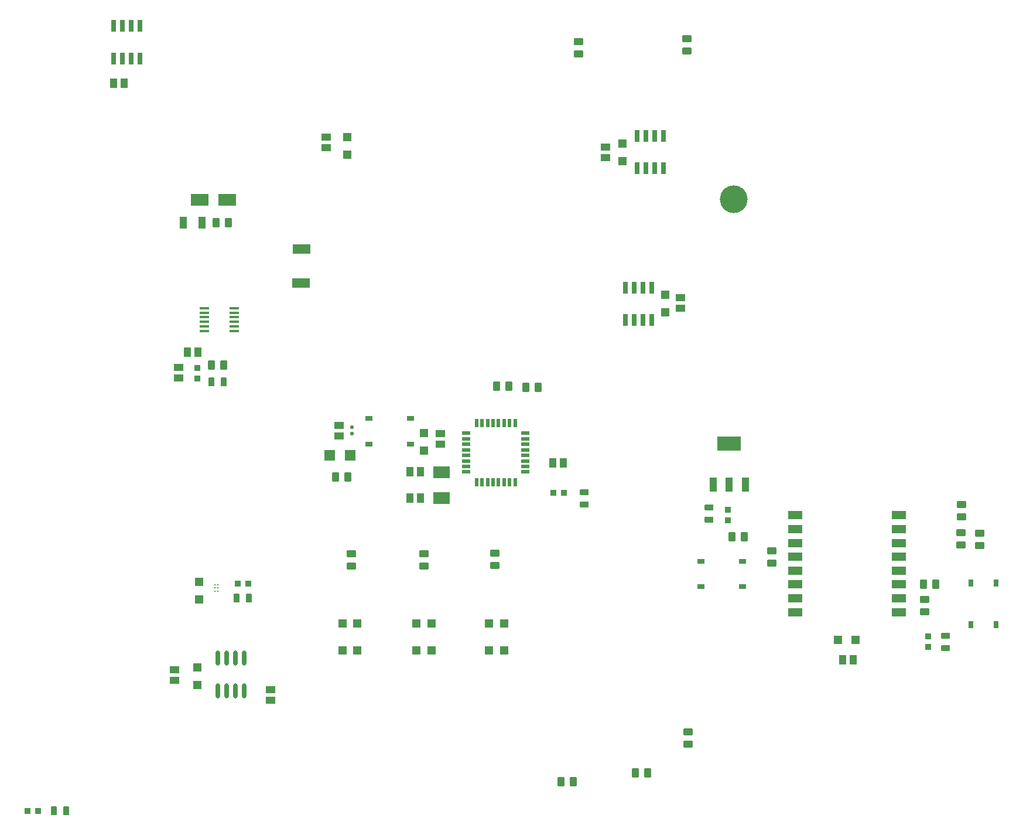
<source format=gtp>
%FSTAX23Y23*%
%MOIN*%
%SFA1B1*%

%IPPOS*%
%AMD16*
4,1,8,-0.009800,0.004900,-0.009800,-0.004900,-0.004900,-0.009800,0.004900,-0.009800,0.009800,-0.004900,0.009800,0.004900,0.004900,0.009800,-0.004900,0.009800,-0.009800,0.004900,0.0*
1,1,0.009843,-0.004900,0.004900*
1,1,0.009843,-0.004900,-0.004900*
1,1,0.009843,0.004900,-0.004900*
1,1,0.009843,0.004900,0.004900*
%
%AMD17*
4,1,8,0.017500,-0.013100,0.017500,0.013100,0.013100,0.017500,-0.013100,0.017500,-0.017500,0.013100,-0.017500,-0.013100,-0.013100,-0.017500,0.013100,-0.017500,0.017500,-0.013100,0.0*
1,1,0.008748,0.013100,-0.013100*
1,1,0.008748,0.013100,0.013100*
1,1,0.008748,-0.013100,0.013100*
1,1,0.008748,-0.013100,-0.013100*
%
%AMD18*
4,1,8,-0.015000,-0.027500,0.015000,-0.027500,0.020000,-0.022500,0.020000,0.022500,0.015000,0.027500,-0.015000,0.027500,-0.020000,0.022500,-0.020000,-0.022500,-0.015000,-0.027500,0.0*
1,1,0.010000,-0.015000,-0.022500*
1,1,0.010000,0.015000,-0.022500*
1,1,0.010000,0.015000,0.022500*
1,1,0.010000,-0.015000,0.022500*
%
%AMD20*
4,1,8,0.013100,0.025000,-0.013100,0.025000,-0.017500,0.020600,-0.017500,-0.020600,-0.013100,-0.025000,0.013100,-0.025000,0.017500,-0.020600,0.017500,0.020600,0.013100,0.025000,0.0*
1,1,0.008748,0.013100,0.020600*
1,1,0.008748,-0.013100,0.020600*
1,1,0.008748,-0.013100,-0.020600*
1,1,0.008748,0.013100,-0.020600*
%
%AMD26*
4,1,8,-0.027500,0.015000,-0.027500,-0.015000,-0.022500,-0.020000,0.022500,-0.020000,0.027500,-0.015000,0.027500,0.015000,0.022500,0.020000,-0.022500,0.020000,-0.027500,0.015000,0.0*
1,1,0.010000,-0.022500,0.015000*
1,1,0.010000,-0.022500,-0.015000*
1,1,0.010000,0.022500,-0.015000*
1,1,0.010000,0.022500,0.015000*
%
%AMD28*
4,1,8,-0.013100,-0.017500,0.013100,-0.017500,0.017500,-0.013100,0.017500,0.013100,0.013100,0.017500,-0.013100,0.017500,-0.017500,0.013100,-0.017500,-0.013100,-0.013100,-0.017500,0.0*
1,1,0.008748,-0.013100,-0.013100*
1,1,0.008748,0.013100,-0.013100*
1,1,0.008748,0.013100,0.013100*
1,1,0.008748,-0.013100,0.013100*
%
%AMD29*
4,1,8,-0.025000,0.013100,-0.025000,-0.013100,-0.020600,-0.017500,0.020600,-0.017500,0.025000,-0.013100,0.025000,0.013100,0.020600,0.017500,-0.020600,0.017500,-0.025000,0.013100,0.0*
1,1,0.008748,-0.020600,0.013100*
1,1,0.008748,-0.020600,-0.013100*
1,1,0.008748,0.020600,-0.013100*
1,1,0.008748,0.020600,0.013100*
%
%ADD10R,0.078740X0.047240*%
%ADD11R,0.043307X0.066929*%
%ADD12R,0.094488X0.066929*%
%ADD13R,0.050000X0.022000*%
%ADD14R,0.022000X0.050000*%
%ADD15R,0.055000X0.017000*%
G04~CAMADD=16~8~0.0~0.0~196.9~196.9~49.2~0.0~15~0.0~0.0~0.0~0.0~0~0.0~0.0~0.0~0.0~0~0.0~0.0~0.0~90.0~196.0~196.0*
%ADD16D16*%
G04~CAMADD=17~8~0.0~0.0~350.0~350.0~43.7~0.0~15~0.0~0.0~0.0~0.0~0~0.0~0.0~0.0~0.0~0~0.0~0.0~0.0~270.0~350.0~350.0*
%ADD17D17*%
G04~CAMADD=18~8~0.0~0.0~400.0~550.0~50.0~0.0~15~0.0~0.0~0.0~0.0~0~0.0~0.0~0.0~0.0~0~0.0~0.0~0.0~180.0~400.0~550.0*
%ADD18D18*%
%ADD19R,0.059055X0.062992*%
G04~CAMADD=20~8~0.0~0.0~350.0~500.0~43.7~0.0~15~0.0~0.0~0.0~0.0~0~0.0~0.0~0.0~0.0~0~0.0~0.0~0.0~0.0~350.0~500.0*
%ADD20D20*%
%ADD21R,0.098425X0.066929*%
%ADD22O,0.023622X0.086614*%
%ADD23R,0.050000X0.050000*%
%ADD24R,0.055118X0.043307*%
%ADD25R,0.045279X0.051181*%
G04~CAMADD=26~8~0.0~0.0~400.0~550.0~50.0~0.0~15~0.0~0.0~0.0~0.0~0~0.0~0.0~0.0~0.0~0~0.0~0.0~0.0~90.0~550.0~400.0*
%ADD26D26*%
%ADD27R,0.043307X0.055118*%
G04~CAMADD=28~8~0.0~0.0~350.0~350.0~43.7~0.0~15~0.0~0.0~0.0~0.0~0~0.0~0.0~0.0~0.0~0~0.0~0.0~0.0~180.0~350.0~350.0*
%ADD28D28*%
G04~CAMADD=29~8~0.0~0.0~350.0~500.0~43.7~0.0~15~0.0~0.0~0.0~0.0~0~0.0~0.0~0.0~0.0~0~0.0~0.0~0.0~90.0~500.0~350.0*
%ADD29D29*%
%ADD30R,0.050000X0.050000*%
%ADD31C,0.157480*%
%ADD32R,0.039370X0.078740*%
%ADD33R,0.137795X0.078740*%
%ADD34C,0.009843*%
%ADD35R,0.098425X0.055118*%
%ADD36R,0.028350X0.070079*%
%ADD37R,0.039370X0.027559*%
%ADD38R,0.027559X0.039370*%
%LNsolarpcb-1*%
%LPD*%
G54D10*
X06018Y01809D03*
Y0173D03*
Y01651D03*
Y01573D03*
Y01494D03*
Y01415D03*
Y01336D03*
Y01258D03*
X06609D03*
Y01336D03*
Y01415D03*
Y01494D03*
Y01573D03*
Y01651D03*
Y0173D03*
Y01809D03*
G54D11*
X02536Y03473D03*
X02643D03*
G54D12*
X04006Y01906D03*
Y02052D03*
G54D13*
X04145Y02275D03*
Y02244D03*
Y02212D03*
Y02181D03*
Y02149D03*
Y02118D03*
Y02086D03*
Y02055D03*
X04483D03*
Y02086D03*
Y02118D03*
Y02149D03*
Y02181D03*
Y02212D03*
Y02244D03*
Y02275D03*
G54D14*
X04204Y01996D03*
X04236D03*
X04267D03*
X04299D03*
X0433D03*
X04362D03*
X04393D03*
X04425D03*
Y02334D03*
X04393D03*
X04362D03*
X0433D03*
X04299D03*
X04267D03*
X04236D03*
X04204D03*
G54D15*
X02826Y02986D03*
Y0296D03*
Y02935D03*
Y02909D03*
Y02884D03*
Y02858D03*
X02654D03*
Y02884D03*
Y02909D03*
Y02935D03*
Y0296D03*
Y02986D03*
G54D16*
X03496Y02273D03*
Y02309D03*
G54D17*
X02616Y02587D03*
Y02647D03*
X06775Y01119D03*
Y01059D03*
X05636Y01841D03*
Y01781D03*
G54D18*
X02791Y03472D03*
X02721D03*
X04319Y02543D03*
X04389D03*
X04554Y02535D03*
X04484D03*
X04686Y00292D03*
X04756D03*
X05108Y00342D03*
X05178D03*
X03401Y02026D03*
X03471D03*
X06747Y01418D03*
X06817D03*
X02766Y02662D03*
X02696D03*
X05729Y01685D03*
X05659D03*
G54D19*
X03486Y02151D03*
X03368D03*
G54D20*
X02766Y02567D03*
X02696D03*
X01799Y00128D03*
X01869D03*
X02839Y01335D03*
X02909D03*
G54D21*
X02628Y03602D03*
X02786D03*
G54D22*
X02731Y00809D03*
X02781D03*
X02831D03*
X02881D03*
X02731Y00998D03*
X02781D03*
X02831D03*
X02881D03*
G54D23*
X02616Y00944D03*
Y00844D03*
X0347Y0386D03*
Y0396D03*
X03905Y02175D03*
Y02275D03*
X05035Y03922D03*
Y03822D03*
X05279Y02963D03*
Y03063D03*
X02624Y0143D03*
Y0133D03*
G54D24*
X02486Y0087D03*
Y00929D03*
X04Y02273D03*
Y02214D03*
X0494Y03844D03*
Y03903D03*
X05366Y03045D03*
Y02986D03*
X0335Y039D03*
Y03959D03*
X0251Y0259D03*
Y02649D03*
X03031Y00757D03*
Y00816D03*
X03421Y02321D03*
Y02261D03*
G54D25*
X03441Y01194D03*
X03526D03*
Y0104D03*
X03441D03*
X03863Y01194D03*
X03947D03*
Y01041D03*
X03863D03*
X04276Y01194D03*
X04361D03*
Y01041D03*
X04276D03*
G54D26*
X04307Y01524D03*
Y01594D03*
X03905Y01519D03*
Y01589D03*
X03492Y01519D03*
Y01589D03*
X04786Y04433D03*
Y04503D03*
X05401Y04449D03*
Y04519D03*
X05409Y00578D03*
Y00508D03*
X07067Y01706D03*
Y01636D03*
X06963Y01639D03*
Y01709D03*
X06966Y01801D03*
Y01871D03*
X06754Y0126D03*
Y0133D03*
X05884Y01538D03*
Y01608D03*
G54D27*
X02139Y04267D03*
X02198D03*
X02619Y02737D03*
X0256D03*
X04699Y02105D03*
X0464D03*
X03826Y02056D03*
X03885D03*
X03826Y01906D03*
X03885D03*
X06349Y00986D03*
X0629D03*
G54D28*
X01648Y00126D03*
X01708D03*
X04641Y01936D03*
X04701D03*
X02904Y0142D03*
X02844D03*
G54D29*
X04818Y0194D03*
Y0187D03*
X06875Y01124D03*
Y01054D03*
X0553Y01853D03*
Y01783D03*
G54D30*
X06261Y01101D03*
X06361D03*
G54D31*
X05668Y03606D03*
G54D32*
X05553Y01984D03*
X05643D03*
X05734D03*
G54D33*
X05643Y02217D03*
G54D34*
X02714Y01414D03*
Y01395D03*
Y01375D03*
X02733Y01414D03*
Y01395D03*
Y01375D03*
G54D35*
X03208Y03322D03*
X03204Y03129D03*
G54D36*
X02137Y04407D03*
X02187D03*
X02287D03*
X02137Y04592D03*
X02187D03*
X02287D03*
X02237Y04407D03*
Y04592D03*
X05153Y03104D03*
Y02919D03*
X05203Y03104D03*
X05103D03*
X05053D03*
X05203Y02919D03*
X05103D03*
X05053D03*
X05268Y03968D03*
X05218D03*
X05118D03*
X05268Y03783D03*
X05218D03*
X05118D03*
X05168Y03968D03*
Y03783D03*
G54D37*
X05718Y01402D03*
X05481D03*
X05718Y01547D03*
X05481D03*
X03593Y02359D03*
X03829D03*
X03593Y02213D03*
X03829D03*
G54D38*
X07162Y01423D03*
Y01186D03*
X07017Y01423D03*
Y01186D03*
M02*
</source>
